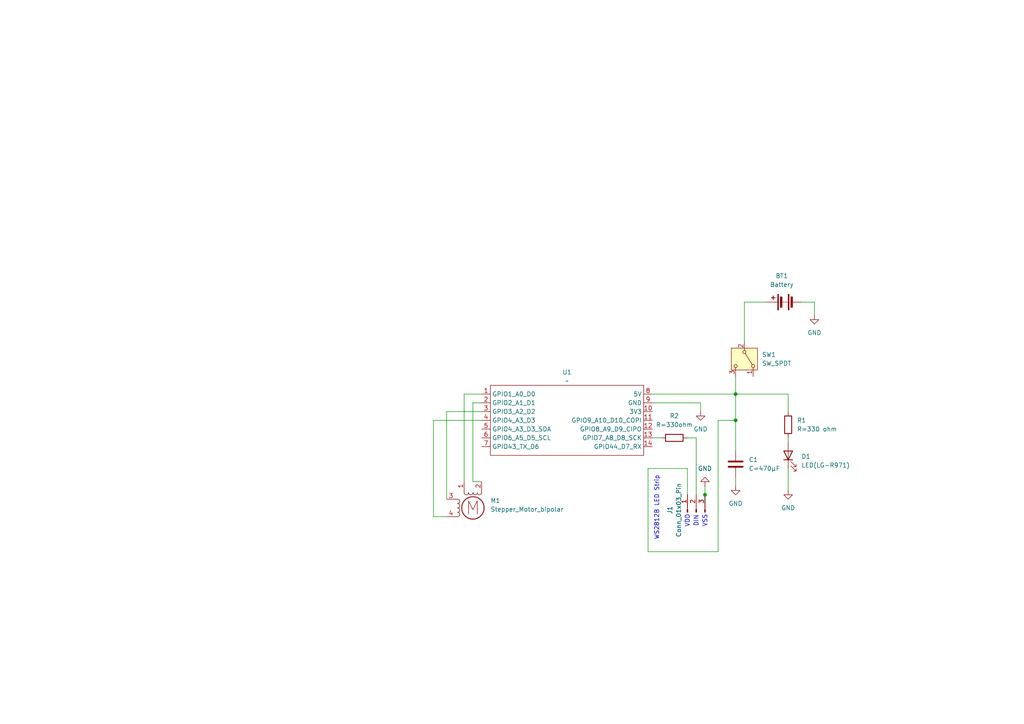
<source format=kicad_sch>
(kicad_sch (version 20231120) (generator "eeschema") (generator_version "8.0")
  (paper "A4")
  (title_block (title "final_demo") (date "2025-02-05") (rev "v1.0") (company "Jazmyn Zhang"))
  (lib_symbols
    (symbol "Connector:Conn_01x03_Pin" (pin_names (offset 1.016) hide)
      (property "Reference" "J" (at 0 5.08 0))
      (property "Value" "Conn_01x03_Pin" (at 0 -5.08 0))
      (symbol "Conn_01x03_Pin_1_1"
        (polyline (pts (xy 1.27 -2.54) (xy 0.8636 -2.54)) (stroke (width 0.1524)))
        (polyline (pts (xy 1.27 0) (xy 0.8636 0)) (stroke (width 0.1524)))
        (polyline (pts (xy 1.27 2.54) (xy 0.8636 2.54)) (stroke (width 0.1524)))
        (rectangle (start 0.8636 -2.413) (end 0 -2.667) (stroke (width 0.1524)) (fill (type outline)))
        (rectangle (start 0.8636 0.127) (end 0 -0.127) (stroke (width 0.1524)) (fill (type outline)))
        (rectangle (start 0.8636 2.667) (end 0 2.413) (stroke (width 0.1524)) (fill (type outline)))
        (pin passive line (at 5.08 2.54 180) (length 3.81) (name "Pin_1") (number "1"))
        (pin passive line (at 5.08 0 180) (length 3.81) (name "Pin_2") (number "2"))
        (pin passive line (at 5.08 -2.54 180) (length 3.81) (name "Pin_3") (number "3"))
      )
    )
    (symbol "Device:Battery" (pin_numbers hide) (pin_names (offset 0) hide)
      (property "Reference" "BT" (at 2.54 2.54 0))
      (property "Value" "Battery" (at 2.54 0 0))
      (symbol "Battery_0_1"
        (rectangle (start -2.286 -1.27) (end 2.286 -1.524) (fill (type outline)))
        (rectangle (start -2.286 1.778) (end 2.286 1.524) (fill (type outline)))
        (rectangle (start -1.524 -2.032) (end 1.524 -2.54) (fill (type outline)))
        (rectangle (start -1.524 1.016) (end 1.524 0.508) (fill (type outline)))
        (polyline (pts (xy 0 -1.016) (xy 0 -0.762)))
        (polyline (pts (xy 0 -0.508) (xy 0 -0.254)))
        (polyline (pts (xy 0 0) (xy 0 0.254)))
        (polyline (pts (xy 0 1.778) (xy 0 2.54)))
        (polyline (pts (xy 0.762 3.048) (xy 1.778 3.048)) (stroke (width 0.254)))
        (polyline (pts (xy 1.27 3.556) (xy 1.27 2.54)) (stroke (width 0.254)))
      )
      (symbol "Battery_1_1"
        (pin passive line (at 0 5.08 270) (length 2.54) (name "+") (number "1"))
        (pin passive line (at 0 -5.08 90) (length 2.54) (name "-") (number "2"))
      )
    )
    (symbol "Device:C" (pin_numbers hide) (pin_names (offset 0.254))
      (property "Reference" "C" (at 0.635 2.54 0))
      (property "Value" "C" (at 0.635 -2.54 0))
      (symbol "C_0_1"
        (polyline (pts (xy -2.032 -0.762) (xy 2.032 -0.762)) (stroke (width 0.508)))
        (polyline (pts (xy -2.032 0.762) (xy 2.032 0.762)) (stroke (width 0.508)))
      )
      (symbol "C_1_1"
        (pin passive line (at 0 3.81 270) (length 2.794) (name "~") (number "1"))
        (pin passive line (at 0 -3.81 90) (length 2.794) (name "~") (number "2"))
      )
    )
    (symbol "Device:LED" (pin_numbers hide) (pin_names (offset 1.016) hide)
      (property "Reference" "D" (at 0 2.54 0))
      (property "Value" "LED" (at 0 -2.54 0))
      (symbol "LED_0_1"
        (polyline (pts (xy -1.27 -1.27) (xy -1.27 1.27)) (stroke (width 0.254)))
        (polyline (pts (xy -1.27 0) (xy 1.27 0)))
        (polyline (pts (xy 1.27 -1.27) (xy 1.27 1.27) (xy -1.27 0) (xy 1.27 -1.27)) (stroke (width 0.254)))
        (polyline (pts (xy -3.048 -0.762) (xy -4.572 -2.286) (xy -3.81 -2.286) (xy -4.572 -2.286) (xy -4.572 -1.524)))
        (polyline (pts (xy -1.778 -0.762) (xy -3.302 -2.286) (xy -2.54 -2.286) (xy -3.302 -2.286) (xy -3.302 -1.524)))
      )
      (symbol "LED_1_1"
        (pin passive line (at -3.81 0 0) (length 2.54) (name "K") (number "1"))
        (pin passive line (at 3.81 0 180) (length 2.54) (name "A") (number "2"))
      )
    )
    (symbol "Device:R" (pin_numbers hide) (pin_names (offset 0))
      (property "Reference" "R" (at 2.032 0 90))
      (property "Value" "R" (at 0 0 90))
      (symbol "R_0_1"
        (rectangle (start -1.016 -2.54) (end 1.016 2.54) (stroke (width 0.254)))
      )
      (symbol "R_1_1"
        (pin passive line (at 0 3.81 270) (length 1.27) (name "~") (number "1"))
        (pin passive line (at 0 -3.81 90) (length 1.27) (name "~") (number "2"))
      )
    )
    (symbol "Motor:Stepper_Motor_bipolar" (pin_names (offset 0) hide)
      (property "Reference" "M" (at 3.81 2.54 0))
      (property "Value" "Stepper_Motor_bipolar" (at 3.81 1.27 0))
      (symbol "Stepper_Motor_bipolar_0_0"
        (polyline (pts (xy -1.27 -1.778) (xy -1.27 2.032) (xy 0 -0.508) (xy 1.27 2.032) (xy 1.27 -1.778)))
      )
      (symbol "Stepper_Motor_bipolar_0_1"
        (arc (start -4.445 -2.54) (mid -3.8127 -1.905) (end -4.445 -1.27))
        (arc (start -4.445 -1.27) (mid -3.8127 -0.635) (end -4.445 0))
        (arc (start -4.445 0) (mid -3.8127 0.635) (end -4.445 1.27))
        (arc (start -4.445 1.27) (mid -3.8127 1.905) (end -4.445 2.54))
        (arc (start -2.54 4.445) (mid -1.905 3.8127) (end -1.27 4.445))
        (arc (start -1.27 4.445) (mid -0.635 3.8127) (end 0 4.445))
        (polyline (pts (xy -5.08 -2.54) (xy -4.445 -2.54)))
        (polyline (pts (xy -5.08 2.54) (xy -4.445 2.54)))
        (polyline (pts (xy -2.54 5.08) (xy -2.54 4.445)))
        (polyline (pts (xy 2.54 5.08) (xy 2.54 4.445)))
        (circle (center 0 0) (radius 3.2512) (stroke (width 0.254)))
        (arc (start 0 4.445) (mid 0.635 3.8127) (end 1.27 4.445))
        (arc (start 1.27 4.445) (mid 1.905 3.8127) (end 2.54 4.445))
      )
      (symbol "Stepper_Motor_bipolar_1_1"
        (pin passive line (at -2.54 7.62 270) (length 2.54) (name "~") (number "1"))
        (pin passive line (at 2.54 7.62 270) (length 2.54) (name "-") (number "2"))
        (pin passive line (at -7.62 2.54 0) (length 2.54) (name "~") (number "3"))
        (pin passive line (at -7.62 -2.54 0) (length 2.54) (name "~") (number "4"))
      )
    )
    (symbol "Switch:SW_SPDT" (pin_names (offset 0) hide)
      (property "Reference" "SW" (at 0 5.08 0))
      (property "Value" "SW_SPDT" (at 0 -5.08 0))
      (symbol "SW_SPDT_0_1"
        (circle (center -2.032 0) (radius 0.4572))
        (polyline (pts (xy -1.651 0.254) (xy 1.651 2.286)))
        (circle (center 2.032 -2.54) (radius 0.4572))
        (circle (center 2.032 2.54) (radius 0.4572))
      )
      (symbol "SW_SPDT_1_1"
        (rectangle (start -3.175 3.81) (end 3.175 -3.81) (fill (type background)))
        (pin passive line (at 5.08 2.54 180) (length 2.54) (name "A") (number "1"))
        (pin passive line (at -5.08 0 0) (length 2.54) (name "B") (number "2"))
        (pin passive line (at 5.08 -2.54 180) (length 2.54) (name "C") (number "3"))
      )
    )
    (symbol "Xiao_Demo:XIAO_ESP32_SENSE"
      (property "Reference" "U" (at 0 0 0))
      (symbol "XIAO_ESP32_SENSE_0_1"
        (polyline (pts (xy -20.32 8.89) (xy -20.32 -11.43) (xy 24.13 -11.43) (xy 24.13 8.89) (xy -20.32 8.89)))
      )
      (symbol "XIAO_ESP32_SENSE_1_1"
        (pin bidirectional line (at -22.86 6.35 0) (length 2.54) (name "GPIO1_A0_D0") (number "1"))
        (pin bidirectional line (at 26.67 1.27 180) (length 2.54) (name "3V3") (number "10"))
        (pin bidirectional line (at 26.67 -1.27 180) (length 2.54) (name "GPIO9_A10_D10_COPI") (number "11"))
        (pin bidirectional line (at 26.67 -3.81 180) (length 2.54) (name "GPIO8_A9_D9_CIPO") (number "12"))
        (pin bidirectional line (at 26.67 -6.35 180) (length 2.54) (name "GPIO7_A8_D8_SCK") (number "13"))
        (pin bidirectional line (at 26.67 -8.89 180) (length 2.54) (name "GPIO44_D7_RX") (number "14"))
        (pin bidirectional line (at -22.86 3.81 0) (length 2.54) (name "GPIO2_A1_D1") (number "2"))
        (pin bidirectional line (at -22.86 1.27 0) (length 2.54) (name "GPIO3_A2_D2") (number "3"))
        (pin bidirectional line (at -22.86 -1.27 0) (length 2.54) (name "GPIO4_A3_D3") (number "4"))
        (pin bidirectional line (at -22.86 -3.81 0) (length 2.54) (name "GPIO4_A3_D3_SDA") (number "5"))
        (pin bidirectional line (at -22.86 -6.35 0) (length 2.54) (name "GPIO6_A5_D5_SCL") (number "6"))
        (pin bidirectional line (at -22.86 -8.89 0) (length 2.54) (name "GPIO43_TX_D6") (number "7"))
        (pin bidirectional line (at 26.67 6.35 180) (length 2.54) (name "5V") (number "8"))
        (pin bidirectional line (at 26.67 3.81 180) (length 2.54) (name "GND") (number "9"))
      )
    )
    (symbol "power:GND" (power) (pin_numbers hide) (pin_names (offset 0) hide)
      (property "Value" "GND" (at 0 -3.81 0))
      (symbol "GND_0_1"
        (polyline (pts (xy 0 0) (xy 0 -1.27) (xy 1.27 -1.27) (xy 0 -2.54) (xy -1.27 -1.27) (xy 0 -1.27)))
      )
      (symbol "GND_1_1"
        (pin power_in line (at 0 0 270) (length 0) (name "~") (number "1"))
      )
    )
  )
  (junction (at 213.36 114.3))
  (junction (at 204.47 143.51))
  (junction (at 213.36 121.92))
  (wire (pts (xy 201.93 127) (xy 201.93 143.51)))
  (wire (pts (xy 204.47 140.97) (xy 204.47 143.51)))
  (wire (pts (xy 203.2 116.84) (xy 189.23 116.84)))
  (wire (pts (xy 134.62 114.3) (xy 134.62 139.7)))
  (wire (pts (xy 137.16 139.7) (xy 139.7 139.7)))
  (wire (pts (xy 228.6 119.38) (xy 228.6 114.3)))
  (wire (pts (xy 215.9 87.63) (xy 215.9 99.06)))
  (wire (pts (xy 213.36 121.92) (xy 213.36 130.81)))
  (wire (pts (xy 228.6 127) (xy 228.6 128.27)))
  (wire (pts (xy 232.41 87.63) (xy 236.22 87.63)))
  (wire (pts (xy 125.73 121.92) (xy 125.73 149.86)))
  (wire (pts (xy 187.96 160.02) (xy 208.28 160.02)))
  (wire (pts (xy 208.28 121.92) (xy 213.36 121.92)))
  (wire (pts (xy 208.28 160.02) (xy 208.28 121.92)))
  (wire (pts (xy 125.73 149.86) (xy 129.54 149.86)))
  (wire (pts (xy 139.7 119.38) (xy 129.54 119.38)))
  (wire (pts (xy 199.39 135.89) (xy 187.96 135.89)))
  (wire (pts (xy 139.7 121.92) (xy 125.73 121.92)))
  (wire (pts (xy 139.7 114.3) (xy 134.62 114.3)))
  (wire (pts (xy 213.36 109.22) (xy 213.36 114.3)))
  (wire (pts (xy 137.16 116.84) (xy 137.16 139.7)))
  (wire (pts (xy 228.6 135.89) (xy 228.6 142.24)))
  (wire (pts (xy 139.7 116.84) (xy 137.16 116.84)))
  (wire (pts (xy 215.9 87.63) (xy 222.25 87.63)))
  (wire (pts (xy 236.22 87.63) (xy 236.22 91.44)))
  (wire (pts (xy 203.2 119.38) (xy 203.2 116.84)))
  (wire (pts (xy 199.39 143.51) (xy 199.39 135.89)))
  (wire (pts (xy 189.23 127) (xy 191.77 127)))
  (wire (pts (xy 199.39 127) (xy 201.93 127)))
  (wire (pts (xy 204.47 146.05) (xy 204.47 143.51)))
  (wire (pts (xy 189.23 114.3) (xy 213.36 114.3)))
  (wire (pts (xy 213.36 114.3) (xy 228.6 114.3)))
  (wire (pts (xy 129.54 119.38) (xy 129.54 144.78)))
  (wire (pts (xy 187.96 135.89) (xy 187.96 160.02)))
  (wire (pts (xy 213.36 138.43) (xy 213.36 140.97)))
  (wire (pts (xy 213.36 114.3) (xy 213.36 121.92)))
  (text "VDD" (at 199.39 151.13 90) (effects (font (size 1.27 1.27))))
  (text "WS2812B LED Strip" (at 190.5 147.32 90) (effects (font (size 1.27 1.27))))
  (text "DIN" (at 201.93 151.13 90) (effects (font (size 1.27 1.27))))
  (text "VSS" (at 204.47 151.13 90) (effects (font (size 1.27 1.27))))
  (symbol (lib_id "power:GND") (at 228.6 142.24 0) (unit 1)
    (property "Reference" "#PWR03" (effects (hide yes)))
    (property "Value" "GND" (at 228.6 147.32 0))
    (property "Description" "Power symbol creates a global label with name \"GND\" , ground" (effects (hide yes)))
  )
  (symbol (lib_id "Connector:Conn_01x03_Pin") (at 201.93 148.59 90) (unit 1)
    (property "Reference" "J1" (at 194.31 147.955 0))
    (property "Value" "Conn_01x03_Pin" (at 196.85 147.955 0))
    (property "Footprint" "Connector_PinHeader_2.54mm:PinHeader_1x03_P2.54mm_Vertical_SMD_Pin1Right" (effects (hide yes)))
    (property "Description" "Generic connector, single row, 01x03, script generated" (effects (hide yes)))
  )
  (symbol (lib_id "Xiao_Demo:XIAO_ESP32_SENSE") (at 162.56 120.65 0) (unit 1)
    (property "Reference" "U1" (at 164.465 107.95 0))
    (property "Value" "~" (at 164.465 110.49 0))
    (property "Footprint" "demo_xiao:XIAO_ESP32_SENSE" (effects (hide yes)))
  )
  (symbol (lib_id "Device:R") (at 195.58 127 270) (unit 1)
    (property "Reference" "R2" (at 195.58 120.65 90))
    (property "Value" "R=330ohm" (at 195.58 123.19 90))
    (property "Footprint" "Resistor_SMD:R_0805_2012Metric_Pad1.20x1.40mm_HandSolder" (effects (hide yes)))
    (property "Description" "Resistor" (effects (hide yes)))
  )
  (symbol (lib_id "Device:R") (at 228.6 123.19 0) (unit 1)
    (property "Reference" "R1" (at 231.14 121.9199 0) (effects (justify left)))
    (property "Value" "R=330 ohm" (at 231.14 124.4599 0) (effects (justify left)))
    (property "Footprint" "Resistor_SMD:R_0805_2012Metric_Pad1.20x1.40mm_HandSolder" (effects (hide yes)))
    (property "Description" "Resistor" (effects (hide yes)))
  )
  (symbol (lib_id "Device:Battery") (at 227.33 87.63 90) (unit 1)
    (property "Reference" "BT1" (at 226.7585 80.01 90))
    (property "Value" "Battery" (at 226.7585 82.55 90))
    (property "Footprint" "Connector_JST:JST_PH_B2B-PH-K_1x02_P2.00mm_Vertical" (effects (hide yes)))
    (property "Description" "Multiple-cell battery" (effects (hide yes)))
  )
  (symbol (lib_id "power:GND") (at 236.22 91.44 0) (unit 1)
    (property "Reference" "#PWR01" (effects (hide yes)))
    (property "Value" "GND" (at 236.22 96.52 0))
    (property "Description" "Power symbol creates a global label with name \"GND\" , ground" (effects (hide yes)))
  )
  (symbol (lib_id "power:GND") (at 203.2 119.38 0) (unit 1)
    (property "Reference" "#PWR02" (effects (hide yes)))
    (property "Value" "GND" (at 203.2 124.46 0))
    (property "Description" "Power symbol creates a global label with name \"GND\" , ground" (effects (hide yes)))
  )
  (symbol (lib_id "Switch:SW_SPDT") (at 215.9 104.14 270) (unit 1)
    (property "Reference" "SW1" (at 220.98 102.8699 90) (effects (justify left)))
    (property "Value" "SW_SPDT" (at 220.98 105.4099 90) (effects (justify left)))
    (property "Footprint" "Connector_JST:JST_EH_B3B-EH-A_1x03_P2.50mm_Vertical" (effects (hide yes)))
    (property "Description" "Switch, single pole double throw" (effects (hide yes)))
  )
  (symbol (lib_id "power:GND") (at 213.36 140.97 0) (unit 1)
    (property "Reference" "#PWR04" (effects (hide yes)))
    (property "Value" "GND" (at 213.36 146.05 0))
    (property "Description" "Power symbol creates a global label with name \"GND\" , ground" (effects (hide yes)))
  )
  (symbol (lib_id "Device:C") (at 213.36 134.62 0) (unit 1)
    (property "Reference" "C1" (at 217.17 133.3499 0) (effects (justify left)))
    (property "Value" "C=470µF" (at 217.17 135.8899 0) (effects (justify left)))
    (property "Footprint" "Capacitor_SMD:C_0805_2012Metric_Pad1.18x1.45mm_HandSolder" (effects (hide yes)))
    (property "Description" "Unpolarized capacitor" (effects (hide yes)))
  )
  (symbol (lib_id "Motor:Stepper_Motor_bipolar") (at 137.16 147.32 0) (unit 1)
    (property "Reference" "M1" (at 142.24 145.199 0) (effects (justify left)))
    (property "Value" "Stepper_Motor_bipolar" (at 142.24 147.739 0) (effects (justify left)))
    (property "Footprint" "demo_motor:x27_stepper" (effects (hide yes)))
    (property "Datasheet" "http://www.infineon.com/dgdl/Application-Note-TLE8110EE_driving_UniPolarStepperMotor_V1.1.pdf?fileId=db3a30431be39b97011be5d0aa0a00b0" (effects (hide yes)))
    (property "Description" "4-wire bipolar stepper motor" (effects (hide yes)))
  )
  (symbol (lib_id "Device:LED") (at 228.6 132.08 90) (unit 1)
    (property "Reference" "D1" (at 232.41 132.3974 90) (effects (justify right)))
    (property "Value" "LED(LG-R971)" (at 232.41 134.9374 90) (effects (justify right)))
    (property "Footprint" "LED_SMD:LED_0805_2012Metric_Pad1.15x1.40mm_HandSolder" (effects (hide yes)))
    (property "Description" "Light emitting diode" (effects (hide yes)))
  )
  (symbol (lib_id "power:GND") (at 204.47 140.97 180) (unit 1)
    (property "Reference" "#PWR05" (effects (hide yes)))
    (property "Value" "GND" (at 204.47 135.89 0))
    (property "Description" "Power symbol creates a global label with name \"GND\" , ground" (effects (hide yes)))
  )
)
</source>
